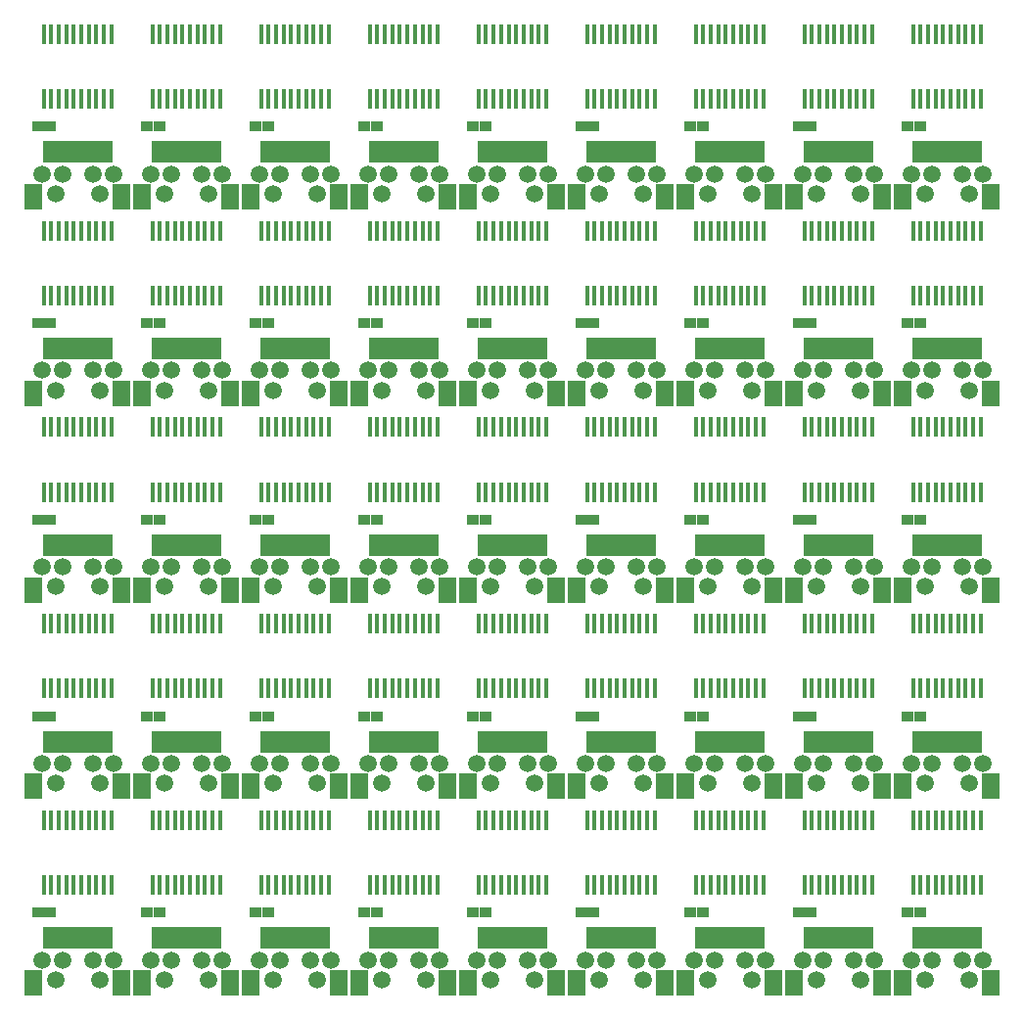
<source format=gbr>
G04 #@! TF.GenerationSoftware,KiCad,Pcbnew,5.0.0-rc2-dev-unknown-c6ef0d5~62~ubuntu16.04.1*
G04 #@! TF.CreationDate,2018-03-19T15:53:38+01:00*
G04 #@! TF.ProjectId,AS5306A_board_5x9_panel,415335333036415F626F6172645F3578,rev?*
G04 #@! TF.SameCoordinates,Original*
G04 #@! TF.FileFunction,Soldermask,Top*
G04 #@! TF.FilePolarity,Negative*
%FSLAX46Y46*%
G04 Gerber Fmt 4.6, Leading zero omitted, Abs format (unit mm)*
G04 Created by KiCad (PCBNEW 5.0.0-rc2-dev-unknown-c6ef0d5~62~ubuntu16.04.1) date Mon Mar 19 15:53:38 2018*
%MOMM*%
%LPD*%
G01*
G04 APERTURE LIST*
%ADD10R,1.000000X1.950000*%
%ADD11R,1.600000X2.200000*%
%ADD12C,1.500000*%
%ADD13R,0.452400X1.752400*%
%ADD14R,1.000000X0.900000*%
G04 APERTURE END LIST*
D10*
X181486000Y-60500000D03*
X182486000Y-60500000D03*
X179486000Y-60500000D03*
X180486000Y-60500000D03*
X178486000Y-60500000D03*
D11*
X176186000Y-64375000D03*
X183786000Y-64375000D03*
D10*
X177486000Y-60500000D03*
D12*
X178086000Y-64100000D03*
X181886000Y-64100000D03*
X181286000Y-62400000D03*
X183086000Y-62400000D03*
X178686000Y-62400000D03*
X176886000Y-62400000D03*
D13*
X168311000Y-84300000D03*
X167661000Y-84300000D03*
X168961000Y-84300000D03*
X169611000Y-84300000D03*
X170261000Y-84300000D03*
X170911000Y-84300000D03*
X171561000Y-84300000D03*
X172211000Y-84300000D03*
X173511000Y-89900000D03*
X172861000Y-89900000D03*
X172211000Y-89900000D03*
X171561000Y-89900000D03*
X167661000Y-89900000D03*
X168311000Y-89900000D03*
X168961000Y-89900000D03*
X169611000Y-89900000D03*
X170261000Y-89900000D03*
X170911000Y-89900000D03*
X172861000Y-84300000D03*
X173511000Y-84300000D03*
D14*
X167136000Y-109300000D03*
X168236000Y-109300000D03*
D10*
X181486000Y-128500000D03*
X182486000Y-128500000D03*
X179486000Y-128500000D03*
X180486000Y-128500000D03*
X178486000Y-128500000D03*
D11*
X176186000Y-132375000D03*
X183786000Y-132375000D03*
D10*
X177486000Y-128500000D03*
D12*
X178086000Y-132100000D03*
X181886000Y-132100000D03*
X181286000Y-130400000D03*
X183086000Y-130400000D03*
X178686000Y-130400000D03*
X176886000Y-130400000D03*
D14*
X167136000Y-75300000D03*
X168236000Y-75300000D03*
X176536000Y-75300000D03*
X177636000Y-75300000D03*
D10*
X181486000Y-77500000D03*
X182486000Y-77500000D03*
X179486000Y-77500000D03*
X180486000Y-77500000D03*
X178486000Y-77500000D03*
D11*
X176186000Y-81375000D03*
X183786000Y-81375000D03*
D10*
X177486000Y-77500000D03*
D12*
X178086000Y-81100000D03*
X181886000Y-81100000D03*
X181286000Y-79400000D03*
X183086000Y-79400000D03*
X178686000Y-79400000D03*
X176886000Y-79400000D03*
D13*
X177711000Y-101300000D03*
X177061000Y-101300000D03*
X178361000Y-101300000D03*
X179011000Y-101300000D03*
X179661000Y-101300000D03*
X180311000Y-101300000D03*
X180961000Y-101300000D03*
X181611000Y-101300000D03*
X182911000Y-106900000D03*
X182261000Y-106900000D03*
X181611000Y-106900000D03*
X180961000Y-106900000D03*
X177061000Y-106900000D03*
X177711000Y-106900000D03*
X178361000Y-106900000D03*
X179011000Y-106900000D03*
X179661000Y-106900000D03*
X180311000Y-106900000D03*
X182261000Y-101300000D03*
X182911000Y-101300000D03*
X177711000Y-50300000D03*
X177061000Y-50300000D03*
X178361000Y-50300000D03*
X179011000Y-50300000D03*
X179661000Y-50300000D03*
X180311000Y-50300000D03*
X180961000Y-50300000D03*
X181611000Y-50300000D03*
X182911000Y-55900000D03*
X182261000Y-55900000D03*
X181611000Y-55900000D03*
X180961000Y-55900000D03*
X177061000Y-55900000D03*
X177711000Y-55900000D03*
X178361000Y-55900000D03*
X179011000Y-55900000D03*
X179661000Y-55900000D03*
X180311000Y-55900000D03*
X182261000Y-50300000D03*
X182911000Y-50300000D03*
X177711000Y-118300000D03*
X177061000Y-118300000D03*
X178361000Y-118300000D03*
X179011000Y-118300000D03*
X179661000Y-118300000D03*
X180311000Y-118300000D03*
X180961000Y-118300000D03*
X181611000Y-118300000D03*
X182911000Y-123900000D03*
X182261000Y-123900000D03*
X181611000Y-123900000D03*
X180961000Y-123900000D03*
X177061000Y-123900000D03*
X177711000Y-123900000D03*
X178361000Y-123900000D03*
X179011000Y-123900000D03*
X179661000Y-123900000D03*
X180311000Y-123900000D03*
X182261000Y-118300000D03*
X182911000Y-118300000D03*
X168311000Y-118300000D03*
X167661000Y-118300000D03*
X168961000Y-118300000D03*
X169611000Y-118300000D03*
X170261000Y-118300000D03*
X170911000Y-118300000D03*
X171561000Y-118300000D03*
X172211000Y-118300000D03*
X173511000Y-123900000D03*
X172861000Y-123900000D03*
X172211000Y-123900000D03*
X171561000Y-123900000D03*
X167661000Y-123900000D03*
X168311000Y-123900000D03*
X168961000Y-123900000D03*
X169611000Y-123900000D03*
X170261000Y-123900000D03*
X170911000Y-123900000D03*
X172861000Y-118300000D03*
X173511000Y-118300000D03*
X177711000Y-84300000D03*
X177061000Y-84300000D03*
X178361000Y-84300000D03*
X179011000Y-84300000D03*
X179661000Y-84300000D03*
X180311000Y-84300000D03*
X180961000Y-84300000D03*
X181611000Y-84300000D03*
X182911000Y-89900000D03*
X182261000Y-89900000D03*
X181611000Y-89900000D03*
X180961000Y-89900000D03*
X177061000Y-89900000D03*
X177711000Y-89900000D03*
X178361000Y-89900000D03*
X179011000Y-89900000D03*
X179661000Y-89900000D03*
X180311000Y-89900000D03*
X182261000Y-84300000D03*
X182911000Y-84300000D03*
X177711000Y-67300000D03*
X177061000Y-67300000D03*
X178361000Y-67300000D03*
X179011000Y-67300000D03*
X179661000Y-67300000D03*
X180311000Y-67300000D03*
X180961000Y-67300000D03*
X181611000Y-67300000D03*
X182911000Y-72900000D03*
X182261000Y-72900000D03*
X181611000Y-72900000D03*
X180961000Y-72900000D03*
X177061000Y-72900000D03*
X177711000Y-72900000D03*
X178361000Y-72900000D03*
X179011000Y-72900000D03*
X179661000Y-72900000D03*
X180311000Y-72900000D03*
X182261000Y-67300000D03*
X182911000Y-67300000D03*
D14*
X176536000Y-58300000D03*
X177636000Y-58300000D03*
X176536000Y-126300000D03*
X177636000Y-126300000D03*
D13*
X168311000Y-101300000D03*
X167661000Y-101300000D03*
X168961000Y-101300000D03*
X169611000Y-101300000D03*
X170261000Y-101300000D03*
X170911000Y-101300000D03*
X171561000Y-101300000D03*
X172211000Y-101300000D03*
X173511000Y-106900000D03*
X172861000Y-106900000D03*
X172211000Y-106900000D03*
X171561000Y-106900000D03*
X167661000Y-106900000D03*
X168311000Y-106900000D03*
X168961000Y-106900000D03*
X169611000Y-106900000D03*
X170261000Y-106900000D03*
X170911000Y-106900000D03*
X172861000Y-101300000D03*
X173511000Y-101300000D03*
D14*
X176536000Y-92300000D03*
X177636000Y-92300000D03*
D10*
X172086000Y-60500000D03*
X173086000Y-60500000D03*
X170086000Y-60500000D03*
X171086000Y-60500000D03*
X169086000Y-60500000D03*
D11*
X166786000Y-64375000D03*
X174386000Y-64375000D03*
D10*
X168086000Y-60500000D03*
D12*
X168686000Y-64100000D03*
X172486000Y-64100000D03*
X171886000Y-62400000D03*
X173686000Y-62400000D03*
X169286000Y-62400000D03*
X167486000Y-62400000D03*
D14*
X167136000Y-58300000D03*
X168236000Y-58300000D03*
X167136000Y-92300000D03*
X168236000Y-92300000D03*
D13*
X168311000Y-50300000D03*
X167661000Y-50300000D03*
X168961000Y-50300000D03*
X169611000Y-50300000D03*
X170261000Y-50300000D03*
X170911000Y-50300000D03*
X171561000Y-50300000D03*
X172211000Y-50300000D03*
X173511000Y-55900000D03*
X172861000Y-55900000D03*
X172211000Y-55900000D03*
X171561000Y-55900000D03*
X167661000Y-55900000D03*
X168311000Y-55900000D03*
X168961000Y-55900000D03*
X169611000Y-55900000D03*
X170261000Y-55900000D03*
X170911000Y-55900000D03*
X172861000Y-50300000D03*
X173511000Y-50300000D03*
D10*
X172086000Y-77500000D03*
X173086000Y-77500000D03*
X170086000Y-77500000D03*
X171086000Y-77500000D03*
X169086000Y-77500000D03*
D11*
X166786000Y-81375000D03*
X174386000Y-81375000D03*
D10*
X168086000Y-77500000D03*
D12*
X168686000Y-81100000D03*
X172486000Y-81100000D03*
X171886000Y-79400000D03*
X173686000Y-79400000D03*
X169286000Y-79400000D03*
X167486000Y-79400000D03*
D10*
X172086000Y-94500000D03*
X173086000Y-94500000D03*
X170086000Y-94500000D03*
X171086000Y-94500000D03*
X169086000Y-94500000D03*
D11*
X166786000Y-98375000D03*
X174386000Y-98375000D03*
D10*
X168086000Y-94500000D03*
D12*
X168686000Y-98100000D03*
X172486000Y-98100000D03*
X171886000Y-96400000D03*
X173686000Y-96400000D03*
X169286000Y-96400000D03*
X167486000Y-96400000D03*
D14*
X167136000Y-126300000D03*
X168236000Y-126300000D03*
D10*
X172086000Y-111500000D03*
X173086000Y-111500000D03*
X170086000Y-111500000D03*
X171086000Y-111500000D03*
X169086000Y-111500000D03*
D11*
X166786000Y-115375000D03*
X174386000Y-115375000D03*
D10*
X168086000Y-111500000D03*
D12*
X168686000Y-115100000D03*
X172486000Y-115100000D03*
X171886000Y-113400000D03*
X173686000Y-113400000D03*
X169286000Y-113400000D03*
X167486000Y-113400000D03*
D10*
X181486000Y-94500000D03*
X182486000Y-94500000D03*
X179486000Y-94500000D03*
X180486000Y-94500000D03*
X178486000Y-94500000D03*
D11*
X176186000Y-98375000D03*
X183786000Y-98375000D03*
D10*
X177486000Y-94500000D03*
D12*
X178086000Y-98100000D03*
X181886000Y-98100000D03*
X181286000Y-96400000D03*
X183086000Y-96400000D03*
X178686000Y-96400000D03*
X176886000Y-96400000D03*
D10*
X172086000Y-128500000D03*
X173086000Y-128500000D03*
X170086000Y-128500000D03*
X171086000Y-128500000D03*
X169086000Y-128500000D03*
D11*
X166786000Y-132375000D03*
X174386000Y-132375000D03*
D10*
X168086000Y-128500000D03*
D12*
X168686000Y-132100000D03*
X172486000Y-132100000D03*
X171886000Y-130400000D03*
X173686000Y-130400000D03*
X169286000Y-130400000D03*
X167486000Y-130400000D03*
D14*
X176536000Y-109300000D03*
X177636000Y-109300000D03*
D13*
X168311000Y-67300000D03*
X167661000Y-67300000D03*
X168961000Y-67300000D03*
X169611000Y-67300000D03*
X170261000Y-67300000D03*
X170911000Y-67300000D03*
X171561000Y-67300000D03*
X172211000Y-67300000D03*
X173511000Y-72900000D03*
X172861000Y-72900000D03*
X172211000Y-72900000D03*
X171561000Y-72900000D03*
X167661000Y-72900000D03*
X168311000Y-72900000D03*
X168961000Y-72900000D03*
X169611000Y-72900000D03*
X170261000Y-72900000D03*
X170911000Y-72900000D03*
X172861000Y-67300000D03*
X173511000Y-67300000D03*
D10*
X181486000Y-111500000D03*
X182486000Y-111500000D03*
X179486000Y-111500000D03*
X180486000Y-111500000D03*
X178486000Y-111500000D03*
D11*
X176186000Y-115375000D03*
X183786000Y-115375000D03*
D10*
X177486000Y-111500000D03*
D12*
X178086000Y-115100000D03*
X181886000Y-115100000D03*
X181286000Y-113400000D03*
X183086000Y-113400000D03*
X178686000Y-113400000D03*
X176886000Y-113400000D03*
D14*
X158840000Y-92300000D03*
X157740000Y-92300000D03*
D12*
X148690000Y-62400000D03*
X150490000Y-62400000D03*
X154890000Y-62400000D03*
X153090000Y-62400000D03*
X153690000Y-64100000D03*
X149890000Y-64100000D03*
D10*
X149290000Y-60500000D03*
D11*
X155590000Y-64375000D03*
X147990000Y-64375000D03*
D10*
X150290000Y-60500000D03*
X152290000Y-60500000D03*
X151290000Y-60500000D03*
X154290000Y-60500000D03*
X153290000Y-60500000D03*
D14*
X149440000Y-58300000D03*
X148340000Y-58300000D03*
X149440000Y-92300000D03*
X148340000Y-92300000D03*
D12*
X158090000Y-62400000D03*
X159890000Y-62400000D03*
X164290000Y-62400000D03*
X162490000Y-62400000D03*
X163090000Y-64100000D03*
X159290000Y-64100000D03*
D10*
X158690000Y-60500000D03*
D11*
X164990000Y-64375000D03*
X157390000Y-64375000D03*
D10*
X159690000Y-60500000D03*
X161690000Y-60500000D03*
X160690000Y-60500000D03*
X163690000Y-60500000D03*
X162690000Y-60500000D03*
D13*
X154715000Y-84300000D03*
X154065000Y-84300000D03*
X152115000Y-89900000D03*
X151465000Y-89900000D03*
X150815000Y-89900000D03*
X150165000Y-89900000D03*
X149515000Y-89900000D03*
X148865000Y-89900000D03*
X152765000Y-89900000D03*
X153415000Y-89900000D03*
X154065000Y-89900000D03*
X154715000Y-89900000D03*
X153415000Y-84300000D03*
X152765000Y-84300000D03*
X152115000Y-84300000D03*
X151465000Y-84300000D03*
X150815000Y-84300000D03*
X150165000Y-84300000D03*
X148865000Y-84300000D03*
X149515000Y-84300000D03*
D12*
X148690000Y-130400000D03*
X150490000Y-130400000D03*
X154890000Y-130400000D03*
X153090000Y-130400000D03*
X153690000Y-132100000D03*
X149890000Y-132100000D03*
D10*
X149290000Y-128500000D03*
D11*
X155590000Y-132375000D03*
X147990000Y-132375000D03*
D10*
X150290000Y-128500000D03*
X152290000Y-128500000D03*
X151290000Y-128500000D03*
X154290000Y-128500000D03*
X153290000Y-128500000D03*
D14*
X158840000Y-109300000D03*
X157740000Y-109300000D03*
X149440000Y-109300000D03*
X148340000Y-109300000D03*
D12*
X158090000Y-130400000D03*
X159890000Y-130400000D03*
X164290000Y-130400000D03*
X162490000Y-130400000D03*
X163090000Y-132100000D03*
X159290000Y-132100000D03*
D10*
X158690000Y-128500000D03*
D11*
X164990000Y-132375000D03*
X157390000Y-132375000D03*
D10*
X159690000Y-128500000D03*
X161690000Y-128500000D03*
X160690000Y-128500000D03*
X163690000Y-128500000D03*
X162690000Y-128500000D03*
D14*
X149440000Y-75300000D03*
X148340000Y-75300000D03*
X158840000Y-75300000D03*
X157740000Y-75300000D03*
D12*
X158090000Y-79400000D03*
X159890000Y-79400000D03*
X164290000Y-79400000D03*
X162490000Y-79400000D03*
X163090000Y-81100000D03*
X159290000Y-81100000D03*
D10*
X158690000Y-77500000D03*
D11*
X164990000Y-81375000D03*
X157390000Y-81375000D03*
D10*
X159690000Y-77500000D03*
X161690000Y-77500000D03*
X160690000Y-77500000D03*
X163690000Y-77500000D03*
X162690000Y-77500000D03*
D13*
X164115000Y-101300000D03*
X163465000Y-101300000D03*
X161515000Y-106900000D03*
X160865000Y-106900000D03*
X160215000Y-106900000D03*
X159565000Y-106900000D03*
X158915000Y-106900000D03*
X158265000Y-106900000D03*
X162165000Y-106900000D03*
X162815000Y-106900000D03*
X163465000Y-106900000D03*
X164115000Y-106900000D03*
X162815000Y-101300000D03*
X162165000Y-101300000D03*
X161515000Y-101300000D03*
X160865000Y-101300000D03*
X160215000Y-101300000D03*
X159565000Y-101300000D03*
X158265000Y-101300000D03*
X158915000Y-101300000D03*
X154715000Y-50300000D03*
X154065000Y-50300000D03*
X152115000Y-55900000D03*
X151465000Y-55900000D03*
X150815000Y-55900000D03*
X150165000Y-55900000D03*
X149515000Y-55900000D03*
X148865000Y-55900000D03*
X152765000Y-55900000D03*
X153415000Y-55900000D03*
X154065000Y-55900000D03*
X154715000Y-55900000D03*
X153415000Y-50300000D03*
X152765000Y-50300000D03*
X152115000Y-50300000D03*
X151465000Y-50300000D03*
X150815000Y-50300000D03*
X150165000Y-50300000D03*
X148865000Y-50300000D03*
X149515000Y-50300000D03*
D12*
X148690000Y-79400000D03*
X150490000Y-79400000D03*
X154890000Y-79400000D03*
X153090000Y-79400000D03*
X153690000Y-81100000D03*
X149890000Y-81100000D03*
D10*
X149290000Y-77500000D03*
D11*
X155590000Y-81375000D03*
X147990000Y-81375000D03*
D10*
X150290000Y-77500000D03*
X152290000Y-77500000D03*
X151290000Y-77500000D03*
X154290000Y-77500000D03*
X153290000Y-77500000D03*
D12*
X148690000Y-96400000D03*
X150490000Y-96400000D03*
X154890000Y-96400000D03*
X153090000Y-96400000D03*
X153690000Y-98100000D03*
X149890000Y-98100000D03*
D10*
X149290000Y-94500000D03*
D11*
X155590000Y-98375000D03*
X147990000Y-98375000D03*
D10*
X150290000Y-94500000D03*
X152290000Y-94500000D03*
X151290000Y-94500000D03*
X154290000Y-94500000D03*
X153290000Y-94500000D03*
D14*
X149440000Y-126300000D03*
X148340000Y-126300000D03*
D12*
X148690000Y-113400000D03*
X150490000Y-113400000D03*
X154890000Y-113400000D03*
X153090000Y-113400000D03*
X153690000Y-115100000D03*
X149890000Y-115100000D03*
D10*
X149290000Y-111500000D03*
D11*
X155590000Y-115375000D03*
X147990000Y-115375000D03*
D10*
X150290000Y-111500000D03*
X152290000Y-111500000D03*
X151290000Y-111500000D03*
X154290000Y-111500000D03*
X153290000Y-111500000D03*
D12*
X158090000Y-96400000D03*
X159890000Y-96400000D03*
X164290000Y-96400000D03*
X162490000Y-96400000D03*
X163090000Y-98100000D03*
X159290000Y-98100000D03*
D10*
X158690000Y-94500000D03*
D11*
X164990000Y-98375000D03*
X157390000Y-98375000D03*
D10*
X159690000Y-94500000D03*
X161690000Y-94500000D03*
X160690000Y-94500000D03*
X163690000Y-94500000D03*
X162690000Y-94500000D03*
D14*
X158840000Y-58300000D03*
X157740000Y-58300000D03*
D13*
X154715000Y-67300000D03*
X154065000Y-67300000D03*
X152115000Y-72900000D03*
X151465000Y-72900000D03*
X150815000Y-72900000D03*
X150165000Y-72900000D03*
X149515000Y-72900000D03*
X148865000Y-72900000D03*
X152765000Y-72900000D03*
X153415000Y-72900000D03*
X154065000Y-72900000D03*
X154715000Y-72900000D03*
X153415000Y-67300000D03*
X152765000Y-67300000D03*
X152115000Y-67300000D03*
X151465000Y-67300000D03*
X150815000Y-67300000D03*
X150165000Y-67300000D03*
X148865000Y-67300000D03*
X149515000Y-67300000D03*
D12*
X158090000Y-113400000D03*
X159890000Y-113400000D03*
X164290000Y-113400000D03*
X162490000Y-113400000D03*
X163090000Y-115100000D03*
X159290000Y-115100000D03*
D10*
X158690000Y-111500000D03*
D11*
X164990000Y-115375000D03*
X157390000Y-115375000D03*
D10*
X159690000Y-111500000D03*
X161690000Y-111500000D03*
X160690000Y-111500000D03*
X163690000Y-111500000D03*
X162690000Y-111500000D03*
D13*
X164115000Y-50300000D03*
X163465000Y-50300000D03*
X161515000Y-55900000D03*
X160865000Y-55900000D03*
X160215000Y-55900000D03*
X159565000Y-55900000D03*
X158915000Y-55900000D03*
X158265000Y-55900000D03*
X162165000Y-55900000D03*
X162815000Y-55900000D03*
X163465000Y-55900000D03*
X164115000Y-55900000D03*
X162815000Y-50300000D03*
X162165000Y-50300000D03*
X161515000Y-50300000D03*
X160865000Y-50300000D03*
X160215000Y-50300000D03*
X159565000Y-50300000D03*
X158265000Y-50300000D03*
X158915000Y-50300000D03*
X164115000Y-118300000D03*
X163465000Y-118300000D03*
X161515000Y-123900000D03*
X160865000Y-123900000D03*
X160215000Y-123900000D03*
X159565000Y-123900000D03*
X158915000Y-123900000D03*
X158265000Y-123900000D03*
X162165000Y-123900000D03*
X162815000Y-123900000D03*
X163465000Y-123900000D03*
X164115000Y-123900000D03*
X162815000Y-118300000D03*
X162165000Y-118300000D03*
X161515000Y-118300000D03*
X160865000Y-118300000D03*
X160215000Y-118300000D03*
X159565000Y-118300000D03*
X158265000Y-118300000D03*
X158915000Y-118300000D03*
X154715000Y-118300000D03*
X154065000Y-118300000D03*
X152115000Y-123900000D03*
X151465000Y-123900000D03*
X150815000Y-123900000D03*
X150165000Y-123900000D03*
X149515000Y-123900000D03*
X148865000Y-123900000D03*
X152765000Y-123900000D03*
X153415000Y-123900000D03*
X154065000Y-123900000D03*
X154715000Y-123900000D03*
X153415000Y-118300000D03*
X152765000Y-118300000D03*
X152115000Y-118300000D03*
X151465000Y-118300000D03*
X150815000Y-118300000D03*
X150165000Y-118300000D03*
X148865000Y-118300000D03*
X149515000Y-118300000D03*
X164115000Y-84300000D03*
X163465000Y-84300000D03*
X161515000Y-89900000D03*
X160865000Y-89900000D03*
X160215000Y-89900000D03*
X159565000Y-89900000D03*
X158915000Y-89900000D03*
X158265000Y-89900000D03*
X162165000Y-89900000D03*
X162815000Y-89900000D03*
X163465000Y-89900000D03*
X164115000Y-89900000D03*
X162815000Y-84300000D03*
X162165000Y-84300000D03*
X161515000Y-84300000D03*
X160865000Y-84300000D03*
X160215000Y-84300000D03*
X159565000Y-84300000D03*
X158265000Y-84300000D03*
X158915000Y-84300000D03*
X164115000Y-67300000D03*
X163465000Y-67300000D03*
X161515000Y-72900000D03*
X160865000Y-72900000D03*
X160215000Y-72900000D03*
X159565000Y-72900000D03*
X158915000Y-72900000D03*
X158265000Y-72900000D03*
X162165000Y-72900000D03*
X162815000Y-72900000D03*
X163465000Y-72900000D03*
X164115000Y-72900000D03*
X162815000Y-67300000D03*
X162165000Y-67300000D03*
X161515000Y-67300000D03*
X160865000Y-67300000D03*
X160215000Y-67300000D03*
X159565000Y-67300000D03*
X158265000Y-67300000D03*
X158915000Y-67300000D03*
D14*
X158840000Y-126300000D03*
X157740000Y-126300000D03*
D13*
X154715000Y-101300000D03*
X154065000Y-101300000D03*
X152115000Y-106900000D03*
X151465000Y-106900000D03*
X150815000Y-106900000D03*
X150165000Y-106900000D03*
X149515000Y-106900000D03*
X148865000Y-106900000D03*
X152765000Y-106900000D03*
X153415000Y-106900000D03*
X154065000Y-106900000D03*
X154715000Y-106900000D03*
X153415000Y-101300000D03*
X152765000Y-101300000D03*
X152115000Y-101300000D03*
X151465000Y-101300000D03*
X150815000Y-101300000D03*
X150165000Y-101300000D03*
X148865000Y-101300000D03*
X149515000Y-101300000D03*
X140125000Y-118300000D03*
X139475000Y-118300000D03*
X140775000Y-118300000D03*
X141425000Y-118300000D03*
X142075000Y-118300000D03*
X142725000Y-118300000D03*
X143375000Y-118300000D03*
X144025000Y-118300000D03*
X145325000Y-123900000D03*
X144675000Y-123900000D03*
X144025000Y-123900000D03*
X143375000Y-123900000D03*
X139475000Y-123900000D03*
X140125000Y-123900000D03*
X140775000Y-123900000D03*
X141425000Y-123900000D03*
X142075000Y-123900000D03*
X142725000Y-123900000D03*
X144675000Y-118300000D03*
X145325000Y-118300000D03*
X130725000Y-118300000D03*
X130075000Y-118300000D03*
X131375000Y-118300000D03*
X132025000Y-118300000D03*
X132675000Y-118300000D03*
X133325000Y-118300000D03*
X133975000Y-118300000D03*
X134625000Y-118300000D03*
X135925000Y-123900000D03*
X135275000Y-123900000D03*
X134625000Y-123900000D03*
X133975000Y-123900000D03*
X130075000Y-123900000D03*
X130725000Y-123900000D03*
X131375000Y-123900000D03*
X132025000Y-123900000D03*
X132675000Y-123900000D03*
X133325000Y-123900000D03*
X135275000Y-118300000D03*
X135925000Y-118300000D03*
X121325000Y-118300000D03*
X120675000Y-118300000D03*
X121975000Y-118300000D03*
X122625000Y-118300000D03*
X123275000Y-118300000D03*
X123925000Y-118300000D03*
X124575000Y-118300000D03*
X125225000Y-118300000D03*
X126525000Y-123900000D03*
X125875000Y-123900000D03*
X125225000Y-123900000D03*
X124575000Y-123900000D03*
X120675000Y-123900000D03*
X121325000Y-123900000D03*
X121975000Y-123900000D03*
X122625000Y-123900000D03*
X123275000Y-123900000D03*
X123925000Y-123900000D03*
X125875000Y-118300000D03*
X126525000Y-118300000D03*
X111925000Y-118300000D03*
X111275000Y-118300000D03*
X112575000Y-118300000D03*
X113225000Y-118300000D03*
X113875000Y-118300000D03*
X114525000Y-118300000D03*
X115175000Y-118300000D03*
X115825000Y-118300000D03*
X117125000Y-123900000D03*
X116475000Y-123900000D03*
X115825000Y-123900000D03*
X115175000Y-123900000D03*
X111275000Y-123900000D03*
X111925000Y-123900000D03*
X112575000Y-123900000D03*
X113225000Y-123900000D03*
X113875000Y-123900000D03*
X114525000Y-123900000D03*
X116475000Y-118300000D03*
X117125000Y-118300000D03*
X102525000Y-118300000D03*
X101875000Y-118300000D03*
X103175000Y-118300000D03*
X103825000Y-118300000D03*
X104475000Y-118300000D03*
X105125000Y-118300000D03*
X105775000Y-118300000D03*
X106425000Y-118300000D03*
X107725000Y-123900000D03*
X107075000Y-123900000D03*
X106425000Y-123900000D03*
X105775000Y-123900000D03*
X101875000Y-123900000D03*
X102525000Y-123900000D03*
X103175000Y-123900000D03*
X103825000Y-123900000D03*
X104475000Y-123900000D03*
X105125000Y-123900000D03*
X107075000Y-118300000D03*
X107725000Y-118300000D03*
X140125000Y-101300000D03*
X139475000Y-101300000D03*
X140775000Y-101300000D03*
X141425000Y-101300000D03*
X142075000Y-101300000D03*
X142725000Y-101300000D03*
X143375000Y-101300000D03*
X144025000Y-101300000D03*
X145325000Y-106900000D03*
X144675000Y-106900000D03*
X144025000Y-106900000D03*
X143375000Y-106900000D03*
X139475000Y-106900000D03*
X140125000Y-106900000D03*
X140775000Y-106900000D03*
X141425000Y-106900000D03*
X142075000Y-106900000D03*
X142725000Y-106900000D03*
X144675000Y-101300000D03*
X145325000Y-101300000D03*
X130725000Y-101300000D03*
X130075000Y-101300000D03*
X131375000Y-101300000D03*
X132025000Y-101300000D03*
X132675000Y-101300000D03*
X133325000Y-101300000D03*
X133975000Y-101300000D03*
X134625000Y-101300000D03*
X135925000Y-106900000D03*
X135275000Y-106900000D03*
X134625000Y-106900000D03*
X133975000Y-106900000D03*
X130075000Y-106900000D03*
X130725000Y-106900000D03*
X131375000Y-106900000D03*
X132025000Y-106900000D03*
X132675000Y-106900000D03*
X133325000Y-106900000D03*
X135275000Y-101300000D03*
X135925000Y-101300000D03*
X121325000Y-101300000D03*
X120675000Y-101300000D03*
X121975000Y-101300000D03*
X122625000Y-101300000D03*
X123275000Y-101300000D03*
X123925000Y-101300000D03*
X124575000Y-101300000D03*
X125225000Y-101300000D03*
X126525000Y-106900000D03*
X125875000Y-106900000D03*
X125225000Y-106900000D03*
X124575000Y-106900000D03*
X120675000Y-106900000D03*
X121325000Y-106900000D03*
X121975000Y-106900000D03*
X122625000Y-106900000D03*
X123275000Y-106900000D03*
X123925000Y-106900000D03*
X125875000Y-101300000D03*
X126525000Y-101300000D03*
X111925000Y-101300000D03*
X111275000Y-101300000D03*
X112575000Y-101300000D03*
X113225000Y-101300000D03*
X113875000Y-101300000D03*
X114525000Y-101300000D03*
X115175000Y-101300000D03*
X115825000Y-101300000D03*
X117125000Y-106900000D03*
X116475000Y-106900000D03*
X115825000Y-106900000D03*
X115175000Y-106900000D03*
X111275000Y-106900000D03*
X111925000Y-106900000D03*
X112575000Y-106900000D03*
X113225000Y-106900000D03*
X113875000Y-106900000D03*
X114525000Y-106900000D03*
X116475000Y-101300000D03*
X117125000Y-101300000D03*
X102525000Y-101300000D03*
X101875000Y-101300000D03*
X103175000Y-101300000D03*
X103825000Y-101300000D03*
X104475000Y-101300000D03*
X105125000Y-101300000D03*
X105775000Y-101300000D03*
X106425000Y-101300000D03*
X107725000Y-106900000D03*
X107075000Y-106900000D03*
X106425000Y-106900000D03*
X105775000Y-106900000D03*
X101875000Y-106900000D03*
X102525000Y-106900000D03*
X103175000Y-106900000D03*
X103825000Y-106900000D03*
X104475000Y-106900000D03*
X105125000Y-106900000D03*
X107075000Y-101300000D03*
X107725000Y-101300000D03*
X140125000Y-84300000D03*
X139475000Y-84300000D03*
X140775000Y-84300000D03*
X141425000Y-84300000D03*
X142075000Y-84300000D03*
X142725000Y-84300000D03*
X143375000Y-84300000D03*
X144025000Y-84300000D03*
X145325000Y-89900000D03*
X144675000Y-89900000D03*
X144025000Y-89900000D03*
X143375000Y-89900000D03*
X139475000Y-89900000D03*
X140125000Y-89900000D03*
X140775000Y-89900000D03*
X141425000Y-89900000D03*
X142075000Y-89900000D03*
X142725000Y-89900000D03*
X144675000Y-84300000D03*
X145325000Y-84300000D03*
X130725000Y-84300000D03*
X130075000Y-84300000D03*
X131375000Y-84300000D03*
X132025000Y-84300000D03*
X132675000Y-84300000D03*
X133325000Y-84300000D03*
X133975000Y-84300000D03*
X134625000Y-84300000D03*
X135925000Y-89900000D03*
X135275000Y-89900000D03*
X134625000Y-89900000D03*
X133975000Y-89900000D03*
X130075000Y-89900000D03*
X130725000Y-89900000D03*
X131375000Y-89900000D03*
X132025000Y-89900000D03*
X132675000Y-89900000D03*
X133325000Y-89900000D03*
X135275000Y-84300000D03*
X135925000Y-84300000D03*
X121325000Y-84300000D03*
X120675000Y-84300000D03*
X121975000Y-84300000D03*
X122625000Y-84300000D03*
X123275000Y-84300000D03*
X123925000Y-84300000D03*
X124575000Y-84300000D03*
X125225000Y-84300000D03*
X126525000Y-89900000D03*
X125875000Y-89900000D03*
X125225000Y-89900000D03*
X124575000Y-89900000D03*
X120675000Y-89900000D03*
X121325000Y-89900000D03*
X121975000Y-89900000D03*
X122625000Y-89900000D03*
X123275000Y-89900000D03*
X123925000Y-89900000D03*
X125875000Y-84300000D03*
X126525000Y-84300000D03*
X111925000Y-84300000D03*
X111275000Y-84300000D03*
X112575000Y-84300000D03*
X113225000Y-84300000D03*
X113875000Y-84300000D03*
X114525000Y-84300000D03*
X115175000Y-84300000D03*
X115825000Y-84300000D03*
X117125000Y-89900000D03*
X116475000Y-89900000D03*
X115825000Y-89900000D03*
X115175000Y-89900000D03*
X111275000Y-89900000D03*
X111925000Y-89900000D03*
X112575000Y-89900000D03*
X113225000Y-89900000D03*
X113875000Y-89900000D03*
X114525000Y-89900000D03*
X116475000Y-84300000D03*
X117125000Y-84300000D03*
X102525000Y-84300000D03*
X101875000Y-84300000D03*
X103175000Y-84300000D03*
X103825000Y-84300000D03*
X104475000Y-84300000D03*
X105125000Y-84300000D03*
X105775000Y-84300000D03*
X106425000Y-84300000D03*
X107725000Y-89900000D03*
X107075000Y-89900000D03*
X106425000Y-89900000D03*
X105775000Y-89900000D03*
X101875000Y-89900000D03*
X102525000Y-89900000D03*
X103175000Y-89900000D03*
X103825000Y-89900000D03*
X104475000Y-89900000D03*
X105125000Y-89900000D03*
X107075000Y-84300000D03*
X107725000Y-84300000D03*
X140125000Y-67300000D03*
X139475000Y-67300000D03*
X140775000Y-67300000D03*
X141425000Y-67300000D03*
X142075000Y-67300000D03*
X142725000Y-67300000D03*
X143375000Y-67300000D03*
X144025000Y-67300000D03*
X145325000Y-72900000D03*
X144675000Y-72900000D03*
X144025000Y-72900000D03*
X143375000Y-72900000D03*
X139475000Y-72900000D03*
X140125000Y-72900000D03*
X140775000Y-72900000D03*
X141425000Y-72900000D03*
X142075000Y-72900000D03*
X142725000Y-72900000D03*
X144675000Y-67300000D03*
X145325000Y-67300000D03*
X130725000Y-67300000D03*
X130075000Y-67300000D03*
X131375000Y-67300000D03*
X132025000Y-67300000D03*
X132675000Y-67300000D03*
X133325000Y-67300000D03*
X133975000Y-67300000D03*
X134625000Y-67300000D03*
X135925000Y-72900000D03*
X135275000Y-72900000D03*
X134625000Y-72900000D03*
X133975000Y-72900000D03*
X130075000Y-72900000D03*
X130725000Y-72900000D03*
X131375000Y-72900000D03*
X132025000Y-72900000D03*
X132675000Y-72900000D03*
X133325000Y-72900000D03*
X135275000Y-67300000D03*
X135925000Y-67300000D03*
X121325000Y-67300000D03*
X120675000Y-67300000D03*
X121975000Y-67300000D03*
X122625000Y-67300000D03*
X123275000Y-67300000D03*
X123925000Y-67300000D03*
X124575000Y-67300000D03*
X125225000Y-67300000D03*
X126525000Y-72900000D03*
X125875000Y-72900000D03*
X125225000Y-72900000D03*
X124575000Y-72900000D03*
X120675000Y-72900000D03*
X121325000Y-72900000D03*
X121975000Y-72900000D03*
X122625000Y-72900000D03*
X123275000Y-72900000D03*
X123925000Y-72900000D03*
X125875000Y-67300000D03*
X126525000Y-67300000D03*
X111925000Y-67300000D03*
X111275000Y-67300000D03*
X112575000Y-67300000D03*
X113225000Y-67300000D03*
X113875000Y-67300000D03*
X114525000Y-67300000D03*
X115175000Y-67300000D03*
X115825000Y-67300000D03*
X117125000Y-72900000D03*
X116475000Y-72900000D03*
X115825000Y-72900000D03*
X115175000Y-72900000D03*
X111275000Y-72900000D03*
X111925000Y-72900000D03*
X112575000Y-72900000D03*
X113225000Y-72900000D03*
X113875000Y-72900000D03*
X114525000Y-72900000D03*
X116475000Y-67300000D03*
X117125000Y-67300000D03*
X102525000Y-67300000D03*
X101875000Y-67300000D03*
X103175000Y-67300000D03*
X103825000Y-67300000D03*
X104475000Y-67300000D03*
X105125000Y-67300000D03*
X105775000Y-67300000D03*
X106425000Y-67300000D03*
X107725000Y-72900000D03*
X107075000Y-72900000D03*
X106425000Y-72900000D03*
X105775000Y-72900000D03*
X101875000Y-72900000D03*
X102525000Y-72900000D03*
X103175000Y-72900000D03*
X103825000Y-72900000D03*
X104475000Y-72900000D03*
X105125000Y-72900000D03*
X107075000Y-67300000D03*
X107725000Y-67300000D03*
X140125000Y-50300000D03*
X139475000Y-50300000D03*
X140775000Y-50300000D03*
X141425000Y-50300000D03*
X142075000Y-50300000D03*
X142725000Y-50300000D03*
X143375000Y-50300000D03*
X144025000Y-50300000D03*
X145325000Y-55900000D03*
X144675000Y-55900000D03*
X144025000Y-55900000D03*
X143375000Y-55900000D03*
X139475000Y-55900000D03*
X140125000Y-55900000D03*
X140775000Y-55900000D03*
X141425000Y-55900000D03*
X142075000Y-55900000D03*
X142725000Y-55900000D03*
X144675000Y-50300000D03*
X145325000Y-50300000D03*
X130725000Y-50300000D03*
X130075000Y-50300000D03*
X131375000Y-50300000D03*
X132025000Y-50300000D03*
X132675000Y-50300000D03*
X133325000Y-50300000D03*
X133975000Y-50300000D03*
X134625000Y-50300000D03*
X135925000Y-55900000D03*
X135275000Y-55900000D03*
X134625000Y-55900000D03*
X133975000Y-55900000D03*
X130075000Y-55900000D03*
X130725000Y-55900000D03*
X131375000Y-55900000D03*
X132025000Y-55900000D03*
X132675000Y-55900000D03*
X133325000Y-55900000D03*
X135275000Y-50300000D03*
X135925000Y-50300000D03*
X121325000Y-50300000D03*
X120675000Y-50300000D03*
X121975000Y-50300000D03*
X122625000Y-50300000D03*
X123275000Y-50300000D03*
X123925000Y-50300000D03*
X124575000Y-50300000D03*
X125225000Y-50300000D03*
X126525000Y-55900000D03*
X125875000Y-55900000D03*
X125225000Y-55900000D03*
X124575000Y-55900000D03*
X120675000Y-55900000D03*
X121325000Y-55900000D03*
X121975000Y-55900000D03*
X122625000Y-55900000D03*
X123275000Y-55900000D03*
X123925000Y-55900000D03*
X125875000Y-50300000D03*
X126525000Y-50300000D03*
X111925000Y-50300000D03*
X111275000Y-50300000D03*
X112575000Y-50300000D03*
X113225000Y-50300000D03*
X113875000Y-50300000D03*
X114525000Y-50300000D03*
X115175000Y-50300000D03*
X115825000Y-50300000D03*
X117125000Y-55900000D03*
X116475000Y-55900000D03*
X115825000Y-55900000D03*
X115175000Y-55900000D03*
X111275000Y-55900000D03*
X111925000Y-55900000D03*
X112575000Y-55900000D03*
X113225000Y-55900000D03*
X113875000Y-55900000D03*
X114525000Y-55900000D03*
X116475000Y-50300000D03*
X117125000Y-50300000D03*
D14*
X138950000Y-126300000D03*
X140050000Y-126300000D03*
X129550000Y-126300000D03*
X130650000Y-126300000D03*
X120150000Y-126300000D03*
X121250000Y-126300000D03*
X110750000Y-126300000D03*
X111850000Y-126300000D03*
X101350000Y-126300000D03*
X102450000Y-126300000D03*
X138950000Y-109300000D03*
X140050000Y-109300000D03*
X129550000Y-109300000D03*
X130650000Y-109300000D03*
X120150000Y-109300000D03*
X121250000Y-109300000D03*
X110750000Y-109300000D03*
X111850000Y-109300000D03*
X101350000Y-109300000D03*
X102450000Y-109300000D03*
X138950000Y-92300000D03*
X140050000Y-92300000D03*
X129550000Y-92300000D03*
X130650000Y-92300000D03*
X120150000Y-92300000D03*
X121250000Y-92300000D03*
X110750000Y-92300000D03*
X111850000Y-92300000D03*
X101350000Y-92300000D03*
X102450000Y-92300000D03*
X138950000Y-75300000D03*
X140050000Y-75300000D03*
X129550000Y-75300000D03*
X130650000Y-75300000D03*
X120150000Y-75300000D03*
X121250000Y-75300000D03*
X110750000Y-75300000D03*
X111850000Y-75300000D03*
X101350000Y-75300000D03*
X102450000Y-75300000D03*
X138950000Y-58300000D03*
X140050000Y-58300000D03*
X129550000Y-58300000D03*
X130650000Y-58300000D03*
X120150000Y-58300000D03*
X121250000Y-58300000D03*
X110750000Y-58300000D03*
X111850000Y-58300000D03*
D10*
X143900000Y-128500000D03*
X144900000Y-128500000D03*
X141900000Y-128500000D03*
X142900000Y-128500000D03*
X140900000Y-128500000D03*
D11*
X138600000Y-132375000D03*
X146200000Y-132375000D03*
D10*
X139900000Y-128500000D03*
D12*
X140500000Y-132100000D03*
X144300000Y-132100000D03*
X143700000Y-130400000D03*
X145500000Y-130400000D03*
X141100000Y-130400000D03*
X139300000Y-130400000D03*
D10*
X134500000Y-128500000D03*
X135500000Y-128500000D03*
X132500000Y-128500000D03*
X133500000Y-128500000D03*
X131500000Y-128500000D03*
D11*
X129200000Y-132375000D03*
X136800000Y-132375000D03*
D10*
X130500000Y-128500000D03*
D12*
X131100000Y-132100000D03*
X134900000Y-132100000D03*
X134300000Y-130400000D03*
X136100000Y-130400000D03*
X131700000Y-130400000D03*
X129900000Y-130400000D03*
D10*
X125100000Y-128500000D03*
X126100000Y-128500000D03*
X123100000Y-128500000D03*
X124100000Y-128500000D03*
X122100000Y-128500000D03*
D11*
X119800000Y-132375000D03*
X127400000Y-132375000D03*
D10*
X121100000Y-128500000D03*
D12*
X121700000Y-132100000D03*
X125500000Y-132100000D03*
X124900000Y-130400000D03*
X126700000Y-130400000D03*
X122300000Y-130400000D03*
X120500000Y-130400000D03*
D10*
X115700000Y-128500000D03*
X116700000Y-128500000D03*
X113700000Y-128500000D03*
X114700000Y-128500000D03*
X112700000Y-128500000D03*
D11*
X110400000Y-132375000D03*
X118000000Y-132375000D03*
D10*
X111700000Y-128500000D03*
D12*
X112300000Y-132100000D03*
X116100000Y-132100000D03*
X115500000Y-130400000D03*
X117300000Y-130400000D03*
X112900000Y-130400000D03*
X111100000Y-130400000D03*
D10*
X106300000Y-128500000D03*
X107300000Y-128500000D03*
X104300000Y-128500000D03*
X105300000Y-128500000D03*
X103300000Y-128500000D03*
D11*
X101000000Y-132375000D03*
X108600000Y-132375000D03*
D10*
X102300000Y-128500000D03*
D12*
X102900000Y-132100000D03*
X106700000Y-132100000D03*
X106100000Y-130400000D03*
X107900000Y-130400000D03*
X103500000Y-130400000D03*
X101700000Y-130400000D03*
D10*
X143900000Y-111500000D03*
X144900000Y-111500000D03*
X141900000Y-111500000D03*
X142900000Y-111500000D03*
X140900000Y-111500000D03*
D11*
X138600000Y-115375000D03*
X146200000Y-115375000D03*
D10*
X139900000Y-111500000D03*
D12*
X140500000Y-115100000D03*
X144300000Y-115100000D03*
X143700000Y-113400000D03*
X145500000Y-113400000D03*
X141100000Y-113400000D03*
X139300000Y-113400000D03*
D10*
X134500000Y-111500000D03*
X135500000Y-111500000D03*
X132500000Y-111500000D03*
X133500000Y-111500000D03*
X131500000Y-111500000D03*
D11*
X129200000Y-115375000D03*
X136800000Y-115375000D03*
D10*
X130500000Y-111500000D03*
D12*
X131100000Y-115100000D03*
X134900000Y-115100000D03*
X134300000Y-113400000D03*
X136100000Y-113400000D03*
X131700000Y-113400000D03*
X129900000Y-113400000D03*
D10*
X125100000Y-111500000D03*
X126100000Y-111500000D03*
X123100000Y-111500000D03*
X124100000Y-111500000D03*
X122100000Y-111500000D03*
D11*
X119800000Y-115375000D03*
X127400000Y-115375000D03*
D10*
X121100000Y-111500000D03*
D12*
X121700000Y-115100000D03*
X125500000Y-115100000D03*
X124900000Y-113400000D03*
X126700000Y-113400000D03*
X122300000Y-113400000D03*
X120500000Y-113400000D03*
D10*
X115700000Y-111500000D03*
X116700000Y-111500000D03*
X113700000Y-111500000D03*
X114700000Y-111500000D03*
X112700000Y-111500000D03*
D11*
X110400000Y-115375000D03*
X118000000Y-115375000D03*
D10*
X111700000Y-111500000D03*
D12*
X112300000Y-115100000D03*
X116100000Y-115100000D03*
X115500000Y-113400000D03*
X117300000Y-113400000D03*
X112900000Y-113400000D03*
X111100000Y-113400000D03*
D10*
X106300000Y-111500000D03*
X107300000Y-111500000D03*
X104300000Y-111500000D03*
X105300000Y-111500000D03*
X103300000Y-111500000D03*
D11*
X101000000Y-115375000D03*
X108600000Y-115375000D03*
D10*
X102300000Y-111500000D03*
D12*
X102900000Y-115100000D03*
X106700000Y-115100000D03*
X106100000Y-113400000D03*
X107900000Y-113400000D03*
X103500000Y-113400000D03*
X101700000Y-113400000D03*
D10*
X143900000Y-94500000D03*
X144900000Y-94500000D03*
X141900000Y-94500000D03*
X142900000Y-94500000D03*
X140900000Y-94500000D03*
D11*
X138600000Y-98375000D03*
X146200000Y-98375000D03*
D10*
X139900000Y-94500000D03*
D12*
X140500000Y-98100000D03*
X144300000Y-98100000D03*
X143700000Y-96400000D03*
X145500000Y-96400000D03*
X141100000Y-96400000D03*
X139300000Y-96400000D03*
D10*
X134500000Y-94500000D03*
X135500000Y-94500000D03*
X132500000Y-94500000D03*
X133500000Y-94500000D03*
X131500000Y-94500000D03*
D11*
X129200000Y-98375000D03*
X136800000Y-98375000D03*
D10*
X130500000Y-94500000D03*
D12*
X131100000Y-98100000D03*
X134900000Y-98100000D03*
X134300000Y-96400000D03*
X136100000Y-96400000D03*
X131700000Y-96400000D03*
X129900000Y-96400000D03*
D10*
X125100000Y-94500000D03*
X126100000Y-94500000D03*
X123100000Y-94500000D03*
X124100000Y-94500000D03*
X122100000Y-94500000D03*
D11*
X119800000Y-98375000D03*
X127400000Y-98375000D03*
D10*
X121100000Y-94500000D03*
D12*
X121700000Y-98100000D03*
X125500000Y-98100000D03*
X124900000Y-96400000D03*
X126700000Y-96400000D03*
X122300000Y-96400000D03*
X120500000Y-96400000D03*
D10*
X115700000Y-94500000D03*
X116700000Y-94500000D03*
X113700000Y-94500000D03*
X114700000Y-94500000D03*
X112700000Y-94500000D03*
D11*
X110400000Y-98375000D03*
X118000000Y-98375000D03*
D10*
X111700000Y-94500000D03*
D12*
X112300000Y-98100000D03*
X116100000Y-98100000D03*
X115500000Y-96400000D03*
X117300000Y-96400000D03*
X112900000Y-96400000D03*
X111100000Y-96400000D03*
D10*
X106300000Y-94500000D03*
X107300000Y-94500000D03*
X104300000Y-94500000D03*
X105300000Y-94500000D03*
X103300000Y-94500000D03*
D11*
X101000000Y-98375000D03*
X108600000Y-98375000D03*
D10*
X102300000Y-94500000D03*
D12*
X102900000Y-98100000D03*
X106700000Y-98100000D03*
X106100000Y-96400000D03*
X107900000Y-96400000D03*
X103500000Y-96400000D03*
X101700000Y-96400000D03*
D10*
X143900000Y-77500000D03*
X144900000Y-77500000D03*
X141900000Y-77500000D03*
X142900000Y-77500000D03*
X140900000Y-77500000D03*
D11*
X138600000Y-81375000D03*
X146200000Y-81375000D03*
D10*
X139900000Y-77500000D03*
D12*
X140500000Y-81100000D03*
X144300000Y-81100000D03*
X143700000Y-79400000D03*
X145500000Y-79400000D03*
X141100000Y-79400000D03*
X139300000Y-79400000D03*
D10*
X134500000Y-77500000D03*
X135500000Y-77500000D03*
X132500000Y-77500000D03*
X133500000Y-77500000D03*
X131500000Y-77500000D03*
D11*
X129200000Y-81375000D03*
X136800000Y-81375000D03*
D10*
X130500000Y-77500000D03*
D12*
X131100000Y-81100000D03*
X134900000Y-81100000D03*
X134300000Y-79400000D03*
X136100000Y-79400000D03*
X131700000Y-79400000D03*
X129900000Y-79400000D03*
D10*
X125100000Y-77500000D03*
X126100000Y-77500000D03*
X123100000Y-77500000D03*
X124100000Y-77500000D03*
X122100000Y-77500000D03*
D11*
X119800000Y-81375000D03*
X127400000Y-81375000D03*
D10*
X121100000Y-77500000D03*
D12*
X121700000Y-81100000D03*
X125500000Y-81100000D03*
X124900000Y-79400000D03*
X126700000Y-79400000D03*
X122300000Y-79400000D03*
X120500000Y-79400000D03*
D10*
X115700000Y-77500000D03*
X116700000Y-77500000D03*
X113700000Y-77500000D03*
X114700000Y-77500000D03*
X112700000Y-77500000D03*
D11*
X110400000Y-81375000D03*
X118000000Y-81375000D03*
D10*
X111700000Y-77500000D03*
D12*
X112300000Y-81100000D03*
X116100000Y-81100000D03*
X115500000Y-79400000D03*
X117300000Y-79400000D03*
X112900000Y-79400000D03*
X111100000Y-79400000D03*
D10*
X106300000Y-77500000D03*
X107300000Y-77500000D03*
X104300000Y-77500000D03*
X105300000Y-77500000D03*
X103300000Y-77500000D03*
D11*
X101000000Y-81375000D03*
X108600000Y-81375000D03*
D10*
X102300000Y-77500000D03*
D12*
X102900000Y-81100000D03*
X106700000Y-81100000D03*
X106100000Y-79400000D03*
X107900000Y-79400000D03*
X103500000Y-79400000D03*
X101700000Y-79400000D03*
D10*
X143900000Y-60500000D03*
X144900000Y-60500000D03*
X141900000Y-60500000D03*
X142900000Y-60500000D03*
X140900000Y-60500000D03*
D11*
X138600000Y-64375000D03*
X146200000Y-64375000D03*
D10*
X139900000Y-60500000D03*
D12*
X140500000Y-64100000D03*
X144300000Y-64100000D03*
X143700000Y-62400000D03*
X145500000Y-62400000D03*
X141100000Y-62400000D03*
X139300000Y-62400000D03*
D10*
X134500000Y-60500000D03*
X135500000Y-60500000D03*
X132500000Y-60500000D03*
X133500000Y-60500000D03*
X131500000Y-60500000D03*
D11*
X129200000Y-64375000D03*
X136800000Y-64375000D03*
D10*
X130500000Y-60500000D03*
D12*
X131100000Y-64100000D03*
X134900000Y-64100000D03*
X134300000Y-62400000D03*
X136100000Y-62400000D03*
X131700000Y-62400000D03*
X129900000Y-62400000D03*
D10*
X125100000Y-60500000D03*
X126100000Y-60500000D03*
X123100000Y-60500000D03*
X124100000Y-60500000D03*
X122100000Y-60500000D03*
D11*
X119800000Y-64375000D03*
X127400000Y-64375000D03*
D10*
X121100000Y-60500000D03*
D12*
X121700000Y-64100000D03*
X125500000Y-64100000D03*
X124900000Y-62400000D03*
X126700000Y-62400000D03*
X122300000Y-62400000D03*
X120500000Y-62400000D03*
D10*
X115700000Y-60500000D03*
X116700000Y-60500000D03*
X113700000Y-60500000D03*
X114700000Y-60500000D03*
X112700000Y-60500000D03*
D11*
X110400000Y-64375000D03*
X118000000Y-64375000D03*
D10*
X111700000Y-60500000D03*
D12*
X112300000Y-64100000D03*
X116100000Y-64100000D03*
X115500000Y-62400000D03*
X117300000Y-62400000D03*
X112900000Y-62400000D03*
X111100000Y-62400000D03*
D13*
X102525000Y-50300000D03*
X101875000Y-50300000D03*
X103175000Y-50300000D03*
X103825000Y-50300000D03*
X104475000Y-50300000D03*
X105125000Y-50300000D03*
X105775000Y-50300000D03*
X106425000Y-50300000D03*
X107725000Y-55900000D03*
X107075000Y-55900000D03*
X106425000Y-55900000D03*
X105775000Y-55900000D03*
X101875000Y-55900000D03*
X102525000Y-55900000D03*
X103175000Y-55900000D03*
X103825000Y-55900000D03*
X104475000Y-55900000D03*
X105125000Y-55900000D03*
X107075000Y-50300000D03*
X107725000Y-50300000D03*
D14*
X101350000Y-58300000D03*
X102450000Y-58300000D03*
D10*
X106300000Y-60500000D03*
X107300000Y-60500000D03*
X104300000Y-60500000D03*
X105300000Y-60500000D03*
X103300000Y-60500000D03*
D11*
X101000000Y-64375000D03*
X108600000Y-64375000D03*
D10*
X102300000Y-60500000D03*
D12*
X102900000Y-64100000D03*
X106700000Y-64100000D03*
X106100000Y-62400000D03*
X107900000Y-62400000D03*
X103500000Y-62400000D03*
X101700000Y-62400000D03*
M02*

</source>
